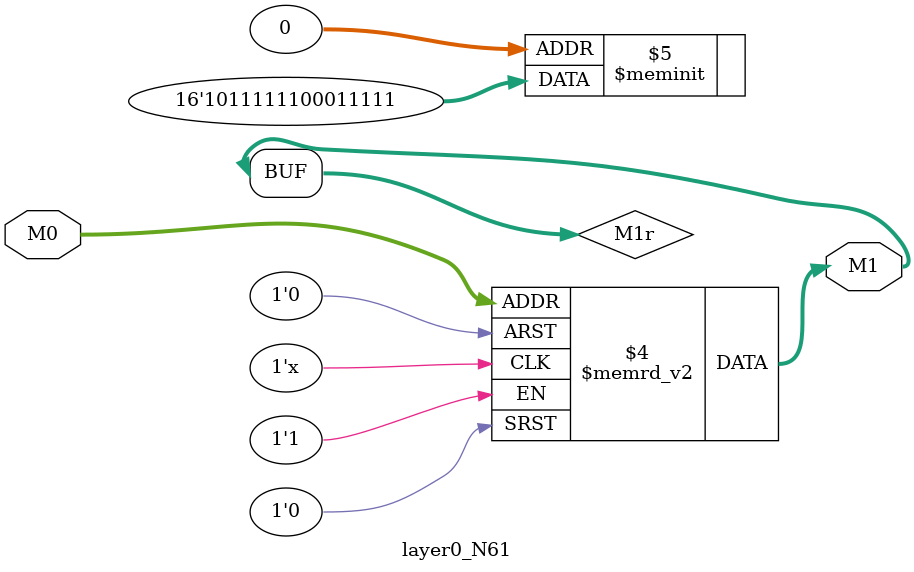
<source format=v>
module layer0_N61 ( input [2:0] M0, output [1:0] M1 );

	(*rom_style = "distributed" *) reg [1:0] M1r;
	assign M1 = M1r;
	always @ (M0) begin
		case (M0)
			3'b000: M1r = 2'b11;
			3'b100: M1r = 2'b11;
			3'b010: M1r = 2'b01;
			3'b110: M1r = 2'b11;
			3'b001: M1r = 2'b11;
			3'b101: M1r = 2'b11;
			3'b011: M1r = 2'b00;
			3'b111: M1r = 2'b10;

		endcase
	end
endmodule

</source>
